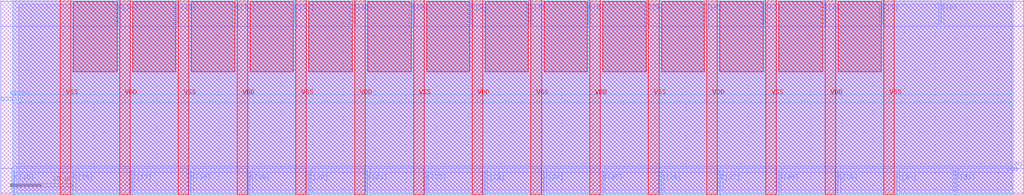
<source format=lef>
VERSION 5.7 ;
  NOWIREEXTENSIONATPIN ON ;
  DIVIDERCHAR "/" ;
  BUSBITCHARS "[]" ;
MACRO NBR32
  CLASS BLOCK ;
  FOREIGN NBR32 ;
  ORIGIN 0.000 0.000 ;
  SIZE 164.150 BY 31.295 ;
  PIN C[31]
    PORT
      LAYER met2 ;
        RECT 153.105 0.005 153.325 3.965 ;
    END
  END C[31]
  PIN C[30]
    PORT
      LAYER met2 ;
        RECT 143.665 0.005 143.885 3.965 ;
    END
  END C[30]
  PIN C[29]
    PORT
      LAYER met2 ;
        RECT 134.225 0.005 134.445 3.965 ;
    END
  END C[29]
  PIN C[28]
    PORT
      LAYER met2 ;
        RECT 124.785 0.005 125.005 3.965 ;
    END
  END C[28]
  PIN C[27]
    PORT
      LAYER met2 ;
        RECT 115.345 0.005 115.565 3.965 ;
    END
  END C[27]
  PIN C[26]
    PORT
      LAYER met2 ;
        RECT 105.905 0.005 106.125 3.965 ;
    END
  END C[26]
  PIN C[25]
    PORT
      LAYER met2 ;
        RECT 96.465 0.005 96.685 3.965 ;
    END
  END C[25]
  PIN C[24]
    PORT
      LAYER met2 ;
        RECT 87.025 0.005 87.245 3.965 ;
    END
  END C[24]
  PIN C[23]
    PORT
      LAYER met2 ;
        RECT 77.585 0.005 77.805 3.965 ;
    END
  END C[23]
  PIN C[22]
    PORT
      LAYER met2 ;
        RECT 68.145 0.005 68.365 3.965 ;
    END
  END C[22]
  PIN C[21]
    PORT
      LAYER met2 ;
        RECT 58.705 0.005 58.925 3.965 ;
    END
  END C[21]
  PIN C[20]
    PORT
      LAYER met2 ;
        RECT 49.265 0.005 49.485 3.965 ;
    END
  END C[20]
  PIN C[19]
    PORT
      LAYER met2 ;
        RECT 39.825 0.005 40.045 3.965 ;
    END
  END C[19]
  PIN C[18]
    PORT
      LAYER met2 ;
        RECT 30.385 0.005 30.605 3.965 ;
    END
  END C[18]
  PIN C[17]
    PORT
      LAYER met2 ;
        RECT 20.945 0.005 21.165 3.965 ;
    END
  END C[17]
  PIN C[16]
    PORT
      LAYER met2 ;
        RECT 11.505 0.005 11.725 3.965 ;
    END
  END C[16]
  PIN C[15]
    PORT
      LAYER met2 ;
        RECT 2.065 0.005 2.285 3.965 ;
    END
  END C[15]
  PIN C[14]
    PORT
      LAYER met2 ;
        RECT 18.650 27.325 18.870 31.285 ;
    END
  END C[14]
  PIN C[13]
    PORT
      LAYER met2 ;
        RECT 28.090 27.325 28.310 31.285 ;
    END
  END C[13]
  PIN C[12]
    PORT
      LAYER met2 ;
        RECT 37.530 27.325 37.750 31.285 ;
    END
  END C[12]
  PIN C[11]
    PORT
      LAYER met2 ;
        RECT 46.970 27.325 47.190 31.285 ;
    END
  END C[11]
  PIN C[10]
    PORT
      LAYER met2 ;
        RECT 56.410 27.325 56.630 31.285 ;
    END
  END C[10]
  PIN C[9]
    PORT
      LAYER met2 ;
        RECT 65.850 27.325 66.070 31.285 ;
    END
  END C[9]
  PIN C[8]
    PORT
      LAYER met2 ;
        RECT 75.290 27.325 75.510 31.285 ;
    END
  END C[8]
  PIN C[7]
    PORT
      LAYER met2 ;
        RECT 84.730 27.325 84.950 31.285 ;
    END
  END C[7]
  PIN C[6]
    PORT
      LAYER met2 ;
        RECT 94.170 27.325 94.390 31.285 ;
    END
  END C[6]
  PIN C[5]
    PORT
      LAYER met2 ;
        RECT 103.610 27.325 103.830 31.285 ;
    END
  END C[5]
  PIN C[4]
    PORT
      LAYER met2 ;
        RECT 113.050 27.325 113.270 31.285 ;
    END
  END C[4]
  PIN C[3]
    PORT
      LAYER met2 ;
        RECT 122.490 27.325 122.710 31.285 ;
    END
  END C[3]
  PIN C[2]
    PORT
      LAYER met2 ;
        RECT 131.930 27.325 132.150 31.285 ;
    END
  END C[2]
  PIN C[1]
    PORT
      LAYER met2 ;
        RECT 141.370 27.325 141.590 31.285 ;
    END
  END C[1]
  PIN C[0]
    PORT
      LAYER met2 ;
        RECT 150.810 27.325 151.030 31.285 ;
    END
  END C[0]
  PIN VSS
    DIRECTION INOUT ;
    USE GROUND ;
    PORT
      LAYER met4 ;
        RECT 9.575 0.005 11.265 31.295 ;
    END
    PORT
      LAYER met4 ;
        RECT 28.495 0.000 30.185 31.290 ;
    END
    PORT
      LAYER met4 ;
        RECT 47.365 0.005 49.055 31.295 ;
    END
    PORT
      LAYER met4 ;
        RECT 66.255 0.005 67.945 31.295 ;
    END
    PORT
      LAYER met4 ;
        RECT 85.095 0.005 86.785 31.295 ;
    END
    PORT
      LAYER met4 ;
        RECT 103.955 0.005 105.645 31.295 ;
    END
    PORT
      LAYER met4 ;
        RECT 122.805 0.005 124.495 31.295 ;
    END
    PORT
      LAYER met4 ;
        RECT 141.745 0.000 143.435 31.290 ;
    END
  END VSS
  PIN VDD
    DIRECTION INOUT ;
    USE POWER ;
    PORT
      LAYER met4 ;
        RECT 19.065 0.005 20.755 31.285 ;
    END
    PORT
      LAYER met4 ;
        RECT 37.945 0.005 39.635 31.285 ;
    END
    PORT
      LAYER met4 ;
        RECT 56.795 0.005 58.485 31.285 ;
    END
    PORT
      LAYER met4 ;
        RECT 75.635 0.005 77.325 31.285 ;
    END
    PORT
      LAYER met4 ;
        RECT 94.495 0.005 96.185 31.285 ;
    END
    PORT
      LAYER met4 ;
        RECT 113.335 0.005 115.025 31.285 ;
    END
    PORT
      LAYER met4 ;
        RECT 132.315 0.005 134.005 31.285 ;
    END
  END VDD
  PIN RESET
    PORT
      LAYER met3 ;
        RECT 0.090 15.180 2.770 15.645 ;
    END
  END RESET
  PIN OUT
    PORT
      LAYER met1 ;
        RECT 161.965 3.910 163.110 4.295 ;
    END
  END OUT
  OBS
      LAYER li1 ;
        RECT 2.915 0.705 162.265 30.585 ;
      LAYER met1 ;
        RECT 1.965 4.575 162.455 31.285 ;
        RECT 1.965 3.630 161.685 4.575 ;
        RECT 1.965 0.005 162.455 3.630 ;
      LAYER met2 ;
        RECT 0.000 27.045 18.370 31.035 ;
        RECT 19.150 27.045 27.810 31.035 ;
        RECT 28.590 27.045 37.250 31.035 ;
        RECT 38.030 27.045 46.690 31.035 ;
        RECT 47.470 27.045 56.130 31.035 ;
        RECT 56.910 27.045 65.570 31.035 ;
        RECT 66.350 27.045 75.010 31.035 ;
        RECT 75.790 27.045 84.450 31.035 ;
        RECT 85.230 27.045 93.890 31.035 ;
        RECT 94.670 27.045 103.330 31.035 ;
        RECT 104.110 27.045 112.770 31.035 ;
        RECT 113.550 27.045 122.210 31.035 ;
        RECT 122.990 27.045 131.650 31.035 ;
        RECT 132.430 27.045 141.090 31.035 ;
        RECT 141.870 27.045 150.530 31.035 ;
        RECT 151.310 27.045 164.150 31.035 ;
        RECT 0.000 4.245 164.150 27.045 ;
        RECT 0.000 0.255 1.785 4.245 ;
        RECT 2.565 0.255 11.225 4.245 ;
        RECT 12.005 0.255 20.665 4.245 ;
        RECT 21.445 0.255 30.105 4.245 ;
        RECT 30.885 0.255 39.545 4.245 ;
        RECT 40.325 0.255 48.985 4.245 ;
        RECT 49.765 0.255 58.425 4.245 ;
        RECT 59.205 0.255 67.865 4.245 ;
        RECT 68.645 0.255 77.305 4.245 ;
        RECT 78.085 0.255 86.745 4.245 ;
        RECT 87.525 0.255 96.185 4.245 ;
        RECT 96.965 0.255 105.625 4.245 ;
        RECT 106.405 0.255 115.065 4.245 ;
        RECT 115.845 0.255 124.505 4.245 ;
        RECT 125.285 0.255 133.945 4.245 ;
        RECT 134.725 0.255 143.385 4.245 ;
        RECT 144.165 0.255 152.825 4.245 ;
        RECT 153.605 0.255 164.150 4.245 ;
      LAYER met3 ;
        RECT 1.965 16.045 162.455 31.290 ;
        RECT 3.170 14.780 162.455 16.045 ;
        RECT 1.965 0.000 162.455 14.780 ;
      LAYER met4 ;
        RECT 11.665 19.760 18.665 30.970 ;
        RECT 21.155 19.760 28.095 30.970 ;
        RECT 30.585 19.760 37.545 30.970 ;
        RECT 40.035 19.760 46.965 30.970 ;
        RECT 49.455 19.760 56.395 30.970 ;
        RECT 58.885 19.760 65.855 30.970 ;
        RECT 68.345 19.760 75.235 30.970 ;
        RECT 77.725 19.760 84.695 30.970 ;
        RECT 87.185 19.760 94.095 30.970 ;
        RECT 96.585 19.760 103.555 30.970 ;
        RECT 106.045 19.760 112.935 30.970 ;
        RECT 115.425 19.760 122.405 30.970 ;
        RECT 124.895 19.760 131.915 30.970 ;
        RECT 134.405 19.760 141.345 30.970 ;
  END
END NBR32
END LIBRARY


</source>
